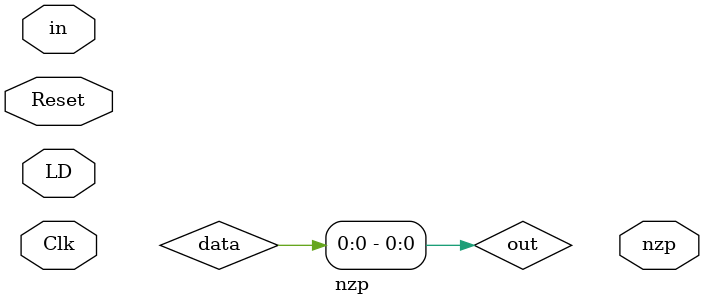
<source format=sv>
module nzp #(parameter width = 16)
(
    input Clk,
    input Reset,
    input LD,
    input [width-1:0] in,
    output logic [2:0] nzp
);

logic [2:0] data;

always_ff @(posedge Clk)
begin
    if (Reset)
    begin
        data <= 3'b0;
    end
    else if (LD)
    begin
        data <= (in > 0)? 3'b001 : ((in < 0) ? 3'b100 : 3'b010);
    end
    else
    begin
        data <= data;
    end
end

always_comb
begin
    out = data;
end

endmodule : nzp

</source>
